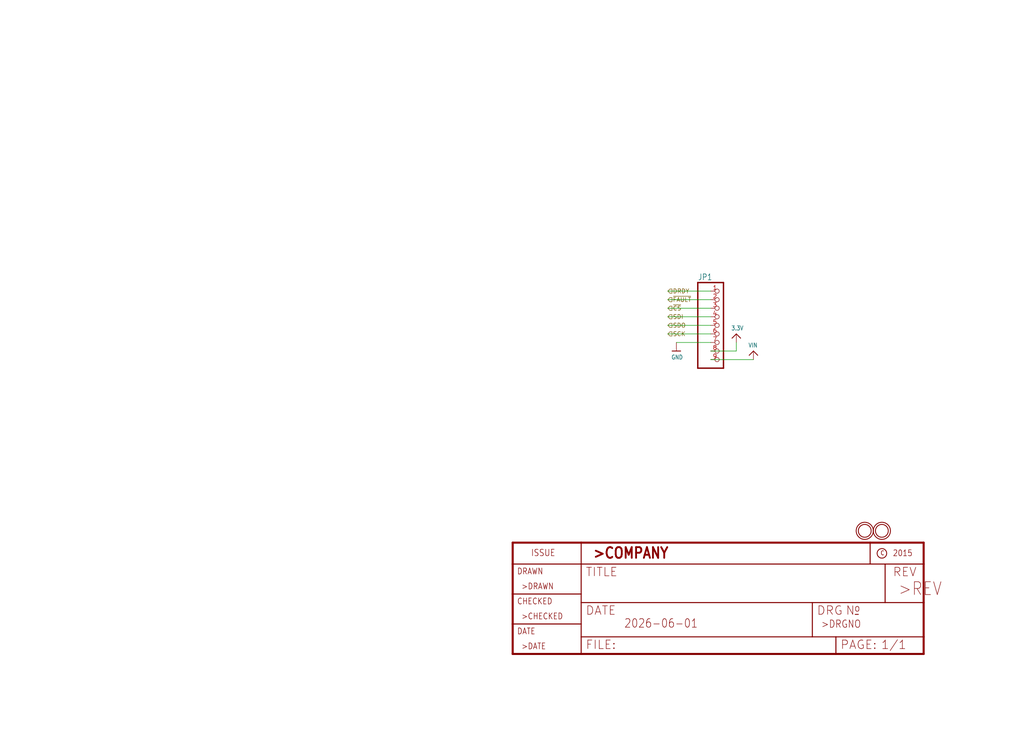
<source format=kicad_sch>
(kicad_sch (version 20230121) (generator eeschema)
  (paper "User" 303.809 217.17)
  (lib_symbols
    (symbol "Control v1-eagle-import:FRAME_A4"
      (symbol "FRAME_A4_1_0"
        (polyline (pts (xy 0 44.7675) (xy 3.81 44.7675)))
        (polyline (pts (xy 0 89.535) (xy 3.81 89.535)))
        (polyline (pts (xy 0 134.3025) (xy 3.81 134.3025)))
        (polyline (pts (xy 3.81 3.81) (xy 3.81 175.26)))
        (polyline (pts (xy 43.3917 0) (xy 43.3917 3.81)))
        (polyline (pts (xy 43.3917 175.26) (xy 43.3917 179.07)))
        (polyline (pts (xy 86.7833 0) (xy 86.7833 3.81)))
        (polyline (pts (xy 86.7833 175.26) (xy 86.7833 179.07)))
        (polyline (pts (xy 130.175 0) (xy 130.175 3.81)))
        (polyline (pts (xy 130.175 175.26) (xy 130.175 179.07)))
        (polyline (pts (xy 173.5667 0) (xy 173.5667 3.81)))
        (polyline (pts (xy 173.5667 175.26) (xy 173.5667 179.07)))
        (polyline (pts (xy 216.9583 0) (xy 216.9583 3.81)))
        (polyline (pts (xy 216.9583 175.26) (xy 216.9583 179.07)))
        (polyline (pts (xy 256.54 3.81) (xy 3.81 3.81)))
        (polyline (pts (xy 256.54 3.81) (xy 256.54 8.89)) (stroke (width 0.1016)))
        (polyline (pts (xy 256.54 3.81) (xy 256.54 175.26)))
        (polyline (pts (xy 256.54 8.89) (xy 256.54 13.97)) (stroke (width 0.1016)))
        (polyline (pts (xy 256.54 13.97) (xy 256.54 19.05)) (stroke (width 0.1016)))
        (polyline (pts (xy 256.54 19.05) (xy 256.54 36.83)) (stroke (width 0.1016)))
        (polyline (pts (xy 256.54 44.7675) (xy 260.35 44.7675)))
        (polyline (pts (xy 256.54 89.535) (xy 260.35 89.535)))
        (polyline (pts (xy 256.54 134.3025) (xy 260.35 134.3025)))
        (polyline (pts (xy 256.54 175.26) (xy 3.81 175.26)))
        (polyline (pts (xy 0 0) (xy 260.35 0) (xy 260.35 179.07) (xy 0 179.07) (xy 0 0)))
        (text "1" (at 21.6958 1.905 0) (effects (font (size 2.54 2.286))))
        (text "1" (at 21.6958 177.165 0) (effects (font (size 2.54 2.286))))
        (text "2" (at 65.0875 1.905 0) (effects (font (size 2.54 2.286))))
        (text "2" (at 65.0875 177.165 0) (effects (font (size 2.54 2.286))))
        (text "3" (at 108.4792 1.905 0) (effects (font (size 2.54 2.286))))
        (text "3" (at 108.4792 177.165 0) (effects (font (size 2.54 2.286))))
        (text "4" (at 151.8708 1.905 0) (effects (font (size 2.54 2.286))))
        (text "4" (at 151.8708 177.165 0) (effects (font (size 2.54 2.286))))
        (text "5" (at 195.2625 1.905 0) (effects (font (size 2.54 2.286))))
        (text "5" (at 195.2625 177.165 0) (effects (font (size 2.54 2.286))))
        (text "6" (at 238.6542 1.905 0) (effects (font (size 2.54 2.286))))
        (text "6" (at 238.6542 177.165 0) (effects (font (size 2.54 2.286))))
        (text "A" (at 1.905 156.6863 0) (effects (font (size 2.54 2.286))))
        (text "A" (at 258.445 156.6863 0) (effects (font (size 2.54 2.286))))
        (text "B" (at 1.905 111.9188 0) (effects (font (size 2.54 2.286))))
        (text "B" (at 258.445 111.9188 0) (effects (font (size 2.54 2.286))))
        (text "C" (at 1.905 67.1513 0) (effects (font (size 2.54 2.286))))
        (text "C" (at 258.445 67.1513 0) (effects (font (size 2.54 2.286))))
        (text "D" (at 1.905 22.3838 0) (effects (font (size 2.54 2.286))))
        (text "D" (at 258.445 22.3838 0) (effects (font (size 2.54 2.286))))
      )
      (symbol "FRAME_A4_2_0"
        (polyline (pts (xy -0.3048 1.5748) (xy 20.0152 1.5748)) (stroke (width 0.6096)))
        (polyline (pts (xy -0.3048 10.4648) (xy -0.3048 1.5748)) (stroke (width 0.6096)))
        (polyline (pts (xy -0.3048 10.4648) (xy 20.0152 10.4648)) (stroke (width 0.3048)))
        (polyline (pts (xy -0.3048 19.3548) (xy -0.3048 10.4648)) (stroke (width 0.6096)))
        (polyline (pts (xy -0.3048 19.3548) (xy 20.0152 19.3548)) (stroke (width 0.3048)))
        (polyline (pts (xy -0.3048 28.2448) (xy -0.3048 19.3548)) (stroke (width 0.6096)))
        (polyline (pts (xy -0.3048 28.2448) (xy 20.0152 28.2448)) (stroke (width 0.3048)))
        (polyline (pts (xy -0.3048 34.5948) (xy -0.3048 28.2448)) (stroke (width 0.6096)))
        (polyline (pts (xy 20.0152 1.5748) (xy 20.0152 6.6548)) (stroke (width 0.3048)))
        (polyline (pts (xy 20.0152 1.5748) (xy 95.5802 1.5748)) (stroke (width 0.6096)))
        (polyline (pts (xy 20.0152 6.6548) (xy 20.0152 10.4648)) (stroke (width 0.3048)))
        (polyline (pts (xy 20.0152 6.6548) (xy 88.5952 6.6548)) (stroke (width 0.3048)))
        (polyline (pts (xy 20.0152 10.4648) (xy 20.0152 16.8148)) (stroke (width 0.3048)))
        (polyline (pts (xy 20.0152 16.8148) (xy 20.0152 19.3548)) (stroke (width 0.3048)))
        (polyline (pts (xy 20.0152 19.3548) (xy 20.0152 28.2448)) (stroke (width 0.3048)))
        (polyline (pts (xy 20.0152 28.2448) (xy 20.0152 34.5948)) (stroke (width 0.3048)))
        (polyline (pts (xy 20.0152 28.2448) (xy 105.7402 28.2448)) (stroke (width 0.3048)))
        (polyline (pts (xy 20.0152 34.5948) (xy -0.3048 34.5948)) (stroke (width 0.6096)))
        (polyline (pts (xy 88.5952 6.6548) (xy 95.5802 6.6548)) (stroke (width 0.3048)))
        (polyline (pts (xy 88.5952 16.8148) (xy 20.0152 16.8148)) (stroke (width 0.3048)))
        (polyline (pts (xy 88.5952 16.8148) (xy 88.5952 6.6548)) (stroke (width 0.3048)))
        (polyline (pts (xy 95.5802 1.5748) (xy 121.6152 1.5748)) (stroke (width 0.6096)))
        (polyline (pts (xy 95.5802 6.6548) (xy 95.5802 1.5748)) (stroke (width 0.3048)))
        (polyline (pts (xy 95.5802 6.6548) (xy 121.6152 6.6548)) (stroke (width 0.3048)))
        (polyline (pts (xy 101.2952 13.3223) (xy 102.2477 13.3223)) (stroke (width 0.254)))
        (polyline (pts (xy 105.7402 28.2448) (xy 105.7402 34.5948)) (stroke (width 0.3048)))
        (polyline (pts (xy 105.7402 28.2448) (xy 110.1852 28.2448)) (stroke (width 0.3048)))
        (polyline (pts (xy 105.7402 34.5948) (xy 20.0152 34.5948)) (stroke (width 0.6096)))
        (polyline (pts (xy 110.1852 16.8148) (xy 88.5952 16.8148)) (stroke (width 0.3048)))
        (polyline (pts (xy 110.1852 28.2448) (xy 110.1852 16.8148)) (stroke (width 0.3048)))
        (polyline (pts (xy 110.1852 28.2448) (xy 121.6152 28.2448)) (stroke (width 0.3048)))
        (polyline (pts (xy 121.6152 6.6548) (xy 121.6152 1.5748)) (stroke (width 0.6096)))
        (polyline (pts (xy 121.6152 16.8148) (xy 110.1852 16.8148)) (stroke (width 0.3048)))
        (polyline (pts (xy 121.6152 16.8148) (xy 121.6152 6.6548)) (stroke (width 0.6096)))
        (polyline (pts (xy 121.6152 28.2448) (xy 121.6152 16.8148)) (stroke (width 0.6096)))
        (polyline (pts (xy 121.6152 34.5948) (xy 105.7402 34.5948)) (stroke (width 0.6096)))
        (polyline (pts (xy 121.6152 34.5948) (xy 121.6152 28.2448)) (stroke (width 0.6096)))
        (circle (center 109.2327 31.4198) (radius 1.4199) (stroke (width 0.254)))
        (text "${#}/${##}" (at 108.9152 2.8448 0) (effects (font (size 2.54 2.54)) (justify left bottom)))
        (text "${CURRENT_DATE}" (at 32.7152 9.1948 0) (effects (font (size 2.54 2.159)) (justify left bottom)))
        (text "${PROJECTNAME}" (at 33.0327 2.8448 0) (effects (font (size 2.54 2.159)) (justify left bottom)))
        (text "2015" (at 112.4077 30.4673 0) (effects (font (size 1.778 1.5113)) (justify left bottom)))
        (text ">CHECKED" (at 2.2352 11.7348 0) (effects (font (size 1.778 1.5113)) (justify left bottom)))
        (text ">COMPANY" (at 23.349 29.6735 0) (effects (font (size 3.175 2.6987) (thickness 0.5397) bold) (justify left bottom)))
        (text ">DATE" (at 2.2352 2.8448 0) (effects (font (size 1.778 1.5113)) (justify left bottom)))
        (text ">DRAWN" (at 2.2352 20.6248 0) (effects (font (size 1.778 1.5113)) (justify left bottom)))
        (text ">DRGNO" (at 91.1352 9.1948 0) (effects (font (size 2.1844 1.8567)) (justify left bottom)))
        (text ">REV" (at 113.9952 18.7198 0) (effects (font (size 3.81 3.2385)) (justify left bottom)))
        (text "C" (at 108.7564 30.7848 0) (effects (font (size 1.27 1.0795)) (justify left bottom)))
        (text "CHECKED" (at 0.9652 16.1798 0) (effects (font (size 1.778 1.5113)) (justify left bottom)))
        (text "DATE" (at 0.9652 7.2898 0) (effects (font (size 1.778 1.5113)) (justify left bottom)))
        (text "DATE" (at 21.2852 13.0048 0) (effects (font (size 2.54 2.54)) (justify left bottom)))
        (text "DRAWN" (at 0.9652 25.0698 0) (effects (font (size 1.778 1.5113)) (justify left bottom)))
        (text "DRG" (at 89.8652 13.0048 0) (effects (font (size 2.54 2.54)) (justify left bottom)))
        (text "FILE:" (at 21.2852 2.8448 0) (effects (font (size 2.54 2.54)) (justify left bottom)))
        (text "ISSUE" (at 5.0927 30.4673 0) (effects (font (size 1.9304 1.6408)) (justify left bottom)))
        (text "N" (at 98.4377 13.0048 0) (effects (font (size 2.54 2.54)) (justify left bottom)))
        (text "o" (at 100.9777 13.9573 0) (effects (font (size 2.1844 1.8567)) (justify left bottom)))
        (text "PAGE:" (at 96.8502 2.8448 0) (effects (font (size 2.54 2.54)) (justify left bottom)))
        (text "REV" (at 112.4077 24.4348 0) (effects (font (size 2.54 2.54)) (justify left bottom)))
        (text "TITLE" (at 21.2852 24.4348 0) (effects (font (size 2.54 2.54)) (justify left bottom)))
      )
    )
    (symbol "Control v1-eagle-import:HEADER-1X970MIL"
      (property "Reference" "JP" (at -6.35 13.335 0))
      (symbol "HEADER-1X970MIL_1_0"
        (polyline (pts (xy -6.35 -12.7) (xy 1.27 -12.7)) (stroke (width 0.4064)))
        (polyline (pts (xy -6.35 12.7) (xy -6.35 -12.7)) (stroke (width 0.4064)))
        (polyline (pts (xy 1.27 -12.7) (xy 1.27 12.7)) (stroke (width 0.4064)))
        (polyline (pts (xy 1.27 12.7) (xy -6.35 12.7)) (stroke (width 0.4064)))
        (pin passive inverted (at -2.54 10.16 0) (length 2.54) (name "1") (number "1"))
        (pin passive inverted (at -2.54 7.62 0) (length 2.54) (name "2") (number "2"))
        (pin passive inverted (at -2.54 5.08 0) (length 2.54) (name "3") (number "3"))
        (pin passive inverted (at -2.54 2.54 0) (length 2.54) (name "4") (number "4"))
        (pin passive inverted (at -2.54 0 0) (length 2.54) (name "5") (number "5"))
        (pin passive inverted (at -2.54 -2.54 0) (length 2.54) (name "6") (number "6"))
        (pin passive inverted (at -2.54 -5.08 0) (length 2.54) (name "7") (number "7"))
        (pin passive inverted (at -2.54 -7.62 0) (length 2.54) (name "8") (number "8"))
        (pin passive inverted (at -2.54 -10.16 0) (length 2.54) (name "9") (number "9"))
      )
    )
    (symbol "Control v1-eagle-import:microbuilder_3.3V" (power)
      (property "Value" "microbuilder_3.3V" (at -1.524 1.016 0))
      (symbol "microbuilder_3.3V_1_0"
        (polyline (pts (xy -1.27 -1.27) (xy 0 0)) (stroke (width 0.254)))
        (polyline (pts (xy 0 0) (xy 1.27 -1.27)) (stroke (width 0.254)))
        (pin power_in line (at 0 -2.54 90) (length 2.54) (name "3.3V") (number "1"))
      )
    )
    (symbol "Control v1-eagle-import:microbuilder_GND" (power)
      (property "Value" "microbuilder_GND" (at -1.524 -2.54 0))
      (symbol "microbuilder_GND_1_0"
        (polyline (pts (xy -1.27 0) (xy 1.27 0)) (stroke (width 0.254)))
        (pin power_in line (at 0 2.54 270) (length 2.54) (name "GND") (number "1"))
      )
    )
    (symbol "Control v1-eagle-import:microbuilder_MOUNTINGHOLE2.5"
      (symbol "microbuilder_MOUNTINGHOLE2.5_1_0"
        (circle (center 0 0) (radius 1.905) (stroke (width 0.254)))
        (circle (center 0 0) (radius 2.54) (stroke (width 0.254)))
      )
    )
    (symbol "Control v1-eagle-import:microbuilder_VIN" (power)
      (property "Value" "microbuilder_VIN" (at -1.524 1.016 0))
      (symbol "microbuilder_VIN_1_0"
        (polyline (pts (xy -1.27 -1.27) (xy 0 0)) (stroke (width 0.254)))
        (polyline (pts (xy 0 0) (xy 1.27 -1.27)) (stroke (width 0.254)))
        (pin power_in line (at 0 -2.54 90) (length 2.54) (name "VIN") (number "1"))
      )
    )
  )
  (wire (pts (xy 198.12 93.98) (xy 210.82 93.98)))
  (wire (pts (xy 198.12 99.06) (xy 210.82 99.06)))
  (wire (pts (xy 210.82 101.6) (xy 200.66 101.6)) (stroke (width 0.1524)))
  (wire (pts (xy 198.12 96.52) (xy 210.82 96.52)))
  (wire (pts (xy 218.44 104.14) (xy 218.44 101.6)) (stroke (width 0.1524)))
  (wire (pts (xy 210.82 104.14) (xy 218.44 104.14)) (stroke (width 0.1524)))
  (wire (pts (xy 198.12 88.9) (xy 210.82 88.9)))
  (wire (pts (xy 210.82 106.68) (xy 223.52 106.68)) (stroke (width 0.1524)))
  (wire (pts (xy 198.12 91.44) (xy 210.82 91.44)))
  (wire (pts (xy 198.12 86.36) (xy 210.82 86.36)))
  (hierarchical_label "DRDY" (shape input) (at 198.12 86.36 0) (effects (font (size 1.2446 1.2446))))
  (hierarchical_label "~{CS}" (shape input) (at 198.12 91.44 0) (effects (font (size 1.2446 1.2446))))
  (hierarchical_label "SDO" (shape input) (at 198.12 96.52 0) (effects (font (size 1.2446 1.2446))))
  (hierarchical_label "SDI" (shape input) (at 198.12 93.98 0) (effects (font (size 1.2446 1.2446))))
  (hierarchical_label "SCK" (shape input) (at 198.12 99.06 0) (effects (font (size 1.2446 1.2446))))
  (hierarchical_label "~{FAULT}" (shape input) (at 198.12 88.9 0) (effects (font (size 1.2446 1.2446))))
  (symbol (lib_id "Control v1-eagle-import:FRAME_A4") (at 152.4 195.58 0) (unit 2)
    (property "Reference" "#FRAME1" (effects hide))
    (property "Value" "FRAME_A4" (effects hide))
  )
  (symbol (lib_id "Control v1-eagle-import:microbuilder_3.3V") (at 218.44 99.06 0) (unit 1)
    (property "Reference" "#U$21" (effects hide))
    (property "Value" "3.3V" (at 216.916 98.044 0) (effects (font (size 1.27 1.0795)) (justify left bottom)))
  )
  (symbol (lib_id "Control v1-eagle-import:microbuilder_VIN") (at 223.52 104.14 0) (unit 1)
    (property "Reference" "#U$22" (effects hide))
    (property "Value" "VIN" (at 221.996 103.124 0) (effects (font (size 1.27 1.0795)) (justify left bottom)))
  )
  (symbol (lib_id "Control v1-eagle-import:microbuilder_MOUNTINGHOLE2.5") (at 256.54 157.48 0) (unit 1)
    (property "Reference" "U$14" (effects hide))
    (property "Value" "MOUNTINGHOLE2.5" (effects hide))
    (property "Footprint" "Control v1:MOUNTINGHOLE_2.5_PLATED" (effects hide))
  )
  (symbol (lib_id "Control v1-eagle-import:microbuilder_MOUNTINGHOLE2.5") (at 261.62 157.48 0) (unit 1)
    (property "Reference" "U$13" (effects hide))
    (property "Value" "MOUNTINGHOLE2.5" (effects hide))
    (property "Footprint" "Control v1:MOUNTINGHOLE_2.5_PLATED" (effects hide))
  )
  (symbol (lib_id "Control v1-eagle-import:HEADER-1X970MIL") (at 213.36 96.52 0) (unit 1)
    (property "Reference" "JP1" (at 207.01 83.185 0) (effects (font (size 1.778 1.5113)) (justify left bottom)))
    (property "Value" "HEADER-1X970MIL" (effects hide))
    (property "Footprint" "Control v1:1X09_ROUND_70" (effects hide))
  )
  (symbol (lib_id "Control v1-eagle-import:microbuilder_GND") (at 200.66 104.14 0) (unit 1)
    (property "Reference" "#U$20" (effects hide))
    (property "Value" "GND" (at 199.136 106.68 0) (effects (font (size 1.27 1.0795)) (justify left bottom)))
  )
)
</source>
